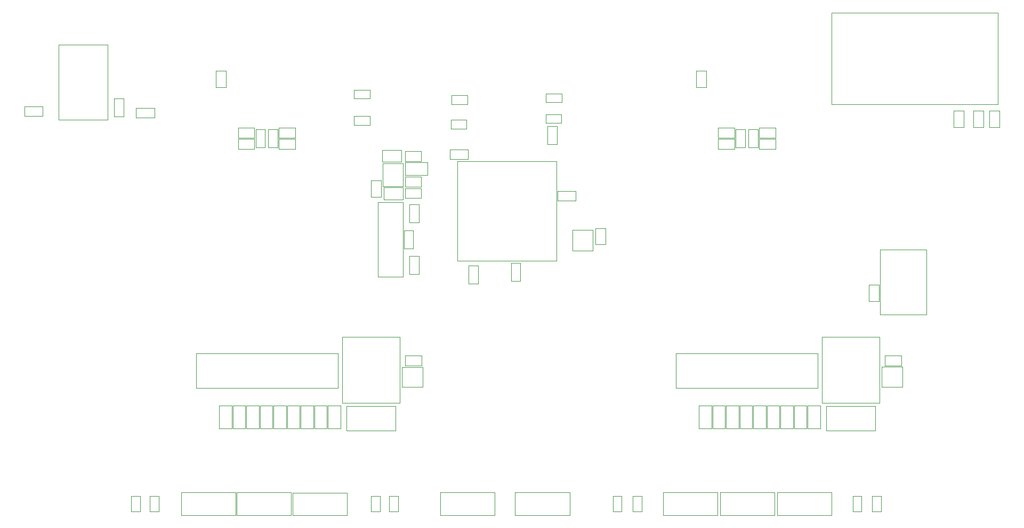
<source format=gbr>
G04 #@! TF.FileFunction,Other,User*
%FSLAX46Y46*%
G04 Gerber Fmt 4.6, Leading zero omitted, Abs format (unit mm)*
G04 Created by KiCad (PCBNEW 4.0.7) date Tue May 29 14:09:52 2018*
%MOMM*%
%LPD*%
G01*
G04 APERTURE LIST*
%ADD10C,0.100000*%
%ADD11C,0.050000*%
G04 APERTURE END LIST*
D10*
D11*
X73609200Y-13697800D02*
X73609200Y-29497800D01*
X89409200Y-13697800D02*
X89409200Y-29497800D01*
X73609200Y-13697800D02*
X89409200Y-13697800D01*
X73609200Y-29497800D02*
X89409200Y-29497800D01*
X32184600Y-49737400D02*
X32184600Y-44237400D01*
X54684600Y-49737400D02*
X54684600Y-44237400D01*
X54684600Y-44237400D02*
X32184600Y-44237400D01*
X54684600Y-49737400D02*
X32184600Y-49737400D01*
X4902540Y-4990400D02*
X7802540Y-4990400D01*
X4902540Y-6490400D02*
X7802540Y-6490400D01*
X4902540Y-4990400D02*
X4902540Y-6490400D01*
X7802540Y-4990400D02*
X7802540Y-6490400D01*
X25517100Y-6764900D02*
X22617100Y-6764900D01*
X25517100Y-5264900D02*
X22617100Y-5264900D01*
X25517100Y-6764900D02*
X25517100Y-5264900D01*
X22617100Y-6764900D02*
X22617100Y-5264900D01*
X116189600Y-52601900D02*
X116189600Y-56201900D01*
X114189600Y-52601900D02*
X114189600Y-56201900D01*
X116189600Y-52601900D02*
X114189600Y-52601900D01*
X116189600Y-56201900D02*
X114189600Y-56201900D01*
X116348600Y-56201900D02*
X116348600Y-52601900D01*
X118348600Y-56201900D02*
X118348600Y-52601900D01*
X116348600Y-56201900D02*
X118348600Y-56201900D01*
X116348600Y-52601900D02*
X118348600Y-52601900D01*
X129302600Y-56201900D02*
X129302600Y-52601900D01*
X131302600Y-56201900D02*
X131302600Y-52601900D01*
X129302600Y-56201900D02*
X131302600Y-56201900D01*
X129302600Y-52601900D02*
X131302600Y-52601900D01*
X120666600Y-56201900D02*
X120666600Y-52601900D01*
X122666600Y-56201900D02*
X122666600Y-52601900D01*
X120666600Y-56201900D02*
X122666600Y-56201900D01*
X120666600Y-52601900D02*
X122666600Y-52601900D01*
X118507600Y-56201900D02*
X118507600Y-52601900D01*
X120507600Y-56201900D02*
X120507600Y-52601900D01*
X118507600Y-56201900D02*
X120507600Y-56201900D01*
X118507600Y-52601900D02*
X120507600Y-52601900D01*
X122825600Y-56201900D02*
X122825600Y-52601900D01*
X124825600Y-56201900D02*
X124825600Y-52601900D01*
X122825600Y-56201900D02*
X124825600Y-56201900D01*
X122825600Y-52601900D02*
X124825600Y-52601900D01*
X124984600Y-56201900D02*
X124984600Y-52601900D01*
X126984600Y-56201900D02*
X126984600Y-52601900D01*
X124984600Y-56201900D02*
X126984600Y-56201900D01*
X124984600Y-52601900D02*
X126984600Y-52601900D01*
X127143600Y-56201900D02*
X127143600Y-52601900D01*
X129143600Y-56201900D02*
X129143600Y-52601900D01*
X127143600Y-56201900D02*
X129143600Y-56201900D01*
X127143600Y-52601900D02*
X129143600Y-52601900D01*
X112030600Y-56201900D02*
X112030600Y-52601900D01*
X114030600Y-56201900D02*
X114030600Y-52601900D01*
X112030600Y-56201900D02*
X114030600Y-56201900D01*
X112030600Y-52601900D02*
X114030600Y-52601900D01*
X39989600Y-52601900D02*
X39989600Y-56201900D01*
X37989600Y-52601900D02*
X37989600Y-56201900D01*
X39989600Y-52601900D02*
X37989600Y-52601900D01*
X39989600Y-56201900D02*
X37989600Y-56201900D01*
X40148600Y-56201900D02*
X40148600Y-52601900D01*
X42148600Y-56201900D02*
X42148600Y-52601900D01*
X40148600Y-56201900D02*
X42148600Y-56201900D01*
X40148600Y-52601900D02*
X42148600Y-52601900D01*
X53102600Y-56201900D02*
X53102600Y-52601900D01*
X55102600Y-56201900D02*
X55102600Y-52601900D01*
X53102600Y-56201900D02*
X55102600Y-56201900D01*
X53102600Y-52601900D02*
X55102600Y-52601900D01*
X44466600Y-56201900D02*
X44466600Y-52601900D01*
X46466600Y-56201900D02*
X46466600Y-52601900D01*
X44466600Y-56201900D02*
X46466600Y-56201900D01*
X44466600Y-52601900D02*
X46466600Y-52601900D01*
X42307600Y-56201900D02*
X42307600Y-52601900D01*
X44307600Y-56201900D02*
X44307600Y-52601900D01*
X42307600Y-56201900D02*
X44307600Y-56201900D01*
X42307600Y-52601900D02*
X44307600Y-52601900D01*
X46625600Y-56201900D02*
X46625600Y-52601900D01*
X48625600Y-56201900D02*
X48625600Y-52601900D01*
X46625600Y-56201900D02*
X48625600Y-56201900D01*
X46625600Y-52601900D02*
X48625600Y-52601900D01*
X48784600Y-56201900D02*
X48784600Y-52601900D01*
X50784600Y-56201900D02*
X50784600Y-52601900D01*
X48784600Y-56201900D02*
X50784600Y-56201900D01*
X48784600Y-52601900D02*
X50784600Y-52601900D01*
X50943600Y-56201900D02*
X50943600Y-52601900D01*
X52943600Y-56201900D02*
X52943600Y-52601900D01*
X50943600Y-56201900D02*
X52943600Y-56201900D01*
X50943600Y-52601900D02*
X52943600Y-52601900D01*
X35830600Y-56201900D02*
X35830600Y-52601900D01*
X37830600Y-56201900D02*
X37830600Y-52601900D01*
X35830600Y-56201900D02*
X37830600Y-56201900D01*
X35830600Y-52601900D02*
X37830600Y-52601900D01*
X76950600Y-30282400D02*
X76950600Y-33182400D01*
X75450600Y-30282400D02*
X75450600Y-33182400D01*
X76950600Y-30282400D02*
X75450600Y-30282400D01*
X76950600Y-33182400D02*
X75450600Y-33182400D01*
X89529940Y-18466400D02*
X92429940Y-18466400D01*
X89529940Y-19966400D02*
X92429940Y-19966400D01*
X89529940Y-18466400D02*
X89529940Y-19966400D01*
X92429940Y-18466400D02*
X92429940Y-19966400D01*
X75329940Y-13366400D02*
X72429940Y-13366400D01*
X75329940Y-11866400D02*
X72429940Y-11866400D01*
X75329940Y-13366400D02*
X75329940Y-11866400D01*
X72429940Y-13366400D02*
X72429940Y-11866400D01*
X87979940Y-11016400D02*
X87979940Y-8116400D01*
X89479940Y-11016400D02*
X89479940Y-8116400D01*
X87979940Y-11016400D02*
X89479940Y-11016400D01*
X87979940Y-8116400D02*
X89479940Y-8116400D01*
X83681600Y-29837900D02*
X83681600Y-32737900D01*
X82181600Y-29837900D02*
X82181600Y-32737900D01*
X83681600Y-29837900D02*
X82181600Y-29837900D01*
X83681600Y-32737900D02*
X82181600Y-32737900D01*
X67552600Y-20566900D02*
X67552600Y-23466900D01*
X66052600Y-20566900D02*
X66052600Y-23466900D01*
X67552600Y-20566900D02*
X66052600Y-20566900D01*
X67552600Y-23466900D02*
X66052600Y-23466900D01*
X66052600Y-31658400D02*
X66052600Y-28758400D01*
X67552600Y-31658400D02*
X67552600Y-28758400D01*
X66052600Y-31658400D02*
X67552600Y-31658400D01*
X66052600Y-28758400D02*
X67552600Y-28758400D01*
X117868600Y-11490800D02*
X117868600Y-8590800D01*
X119368600Y-11490800D02*
X119368600Y-8590800D01*
X117868600Y-11490800D02*
X119368600Y-11490800D01*
X117868600Y-8590800D02*
X119368600Y-8590800D01*
X41617800Y-11490800D02*
X41617800Y-8590800D01*
X43117800Y-11490800D02*
X43117800Y-8590800D01*
X41617800Y-11490800D02*
X43117800Y-11490800D01*
X41617800Y-8590800D02*
X43117800Y-8590800D01*
X119875200Y-11490800D02*
X119875200Y-8590800D01*
X121375200Y-11490800D02*
X121375200Y-8590800D01*
X119875200Y-11490800D02*
X121375200Y-11490800D01*
X119875200Y-8590800D02*
X121375200Y-8590800D01*
X43624400Y-11490800D02*
X43624400Y-8590800D01*
X45124400Y-11490800D02*
X45124400Y-8590800D01*
X43624400Y-11490800D02*
X45124400Y-11490800D01*
X43624400Y-8590800D02*
X45124400Y-8590800D01*
X131594600Y-52160400D02*
X140694600Y-52160400D01*
X140694600Y-52160400D02*
X140694600Y-41660400D01*
X131594600Y-41660400D02*
X140694600Y-41660400D01*
X131594600Y-52160400D02*
X131594600Y-41660400D01*
X55394600Y-52160400D02*
X64494600Y-52160400D01*
X64494600Y-52160400D02*
X64494600Y-41660400D01*
X55394600Y-41660400D02*
X64494600Y-41660400D01*
X55394600Y-52160400D02*
X55394600Y-41660400D01*
X144311640Y-49618700D02*
X141011640Y-49618700D01*
X141011640Y-49618700D02*
X141011640Y-46418700D01*
X141011640Y-46418700D02*
X144311640Y-46418700D01*
X144311640Y-46418700D02*
X144311640Y-49618700D01*
X68124340Y-49631400D02*
X64824340Y-49631400D01*
X64824340Y-49631400D02*
X64824340Y-46431400D01*
X64824340Y-46431400D02*
X68124340Y-46431400D01*
X68124340Y-46431400D02*
X68124340Y-49631400D01*
X141552140Y-44615200D02*
X144152140Y-44615200D01*
X141552140Y-46215200D02*
X144152140Y-46215200D01*
X141552140Y-44615200D02*
X141552140Y-46215200D01*
X144152140Y-44615200D02*
X144152140Y-46215200D01*
X65364840Y-44615200D02*
X67964840Y-44615200D01*
X65364840Y-46215200D02*
X67964840Y-46215200D01*
X65364840Y-44615200D02*
X65364840Y-46215200D01*
X67964840Y-44615200D02*
X67964840Y-46215200D01*
X95593600Y-26936400D02*
X95593600Y-24336400D01*
X97193600Y-26936400D02*
X97193600Y-24336400D01*
X95593600Y-26936400D02*
X97193600Y-26936400D01*
X95593600Y-24336400D02*
X97193600Y-24336400D01*
X111570200Y-1917400D02*
X111570200Y682600D01*
X113170200Y-1917400D02*
X113170200Y682600D01*
X111570200Y-1917400D02*
X113170200Y-1917400D01*
X111570200Y682600D02*
X113170200Y682600D01*
X35319400Y-1917400D02*
X35319400Y682600D01*
X36919400Y-1917400D02*
X36919400Y682600D01*
X35319400Y-1917400D02*
X36919400Y-1917400D01*
X35319400Y682600D02*
X36919400Y682600D01*
X115083400Y-8402600D02*
X117683400Y-8402600D01*
X115083400Y-10002600D02*
X117683400Y-10002600D01*
X115083400Y-8402600D02*
X115083400Y-10002600D01*
X117683400Y-8402600D02*
X117683400Y-10002600D01*
X38832600Y-8402600D02*
X41432600Y-8402600D01*
X38832600Y-10002600D02*
X41432600Y-10002600D01*
X38832600Y-8402600D02*
X38832600Y-10002600D01*
X41432600Y-8402600D02*
X41432600Y-10002600D01*
X117683400Y-11729800D02*
X115083400Y-11729800D01*
X117683400Y-10129800D02*
X115083400Y-10129800D01*
X117683400Y-11729800D02*
X117683400Y-10129800D01*
X115083400Y-11729800D02*
X115083400Y-10129800D01*
X41432600Y-11729800D02*
X38832600Y-11729800D01*
X41432600Y-10129800D02*
X38832600Y-10129800D01*
X41432600Y-11729800D02*
X41432600Y-10129800D01*
X38832600Y-11729800D02*
X38832600Y-10129800D01*
X124160400Y-10002600D02*
X121560400Y-10002600D01*
X124160400Y-8402600D02*
X121560400Y-8402600D01*
X124160400Y-10002600D02*
X124160400Y-8402600D01*
X121560400Y-10002600D02*
X121560400Y-8402600D01*
X47909600Y-10002600D02*
X45309600Y-10002600D01*
X47909600Y-8402600D02*
X45309600Y-8402600D01*
X47909600Y-10002600D02*
X47909600Y-8402600D01*
X45309600Y-10002600D02*
X45309600Y-8402600D01*
X121560400Y-10129800D02*
X124160400Y-10129800D01*
X121560400Y-11729800D02*
X124160400Y-11729800D01*
X121560400Y-10129800D02*
X121560400Y-11729800D01*
X124160400Y-10129800D02*
X124160400Y-11729800D01*
X45309600Y-10129800D02*
X47909600Y-10129800D01*
X45309600Y-11729800D02*
X47909600Y-11729800D01*
X45309600Y-10129800D02*
X45309600Y-11729800D01*
X47909600Y-10129800D02*
X47909600Y-11729800D01*
X60992600Y-20244400D02*
X60992600Y-32044400D01*
X64992600Y-32044400D02*
X60992600Y-32044400D01*
X64992600Y-20244400D02*
X60992600Y-20244400D01*
X64992600Y-20244400D02*
X64992600Y-32044400D01*
X148125800Y-38076200D02*
X148125800Y-27776200D01*
X140825800Y-38076200D02*
X140825800Y-27776200D01*
X148125800Y-38076200D02*
X140825800Y-38076200D01*
X148125800Y-27776200D02*
X140825800Y-27776200D01*
X19115340Y-6631600D02*
X19115340Y-3731600D01*
X20615340Y-6631600D02*
X20615340Y-3731600D01*
X19115340Y-6631600D02*
X20615340Y-6631600D01*
X19115340Y-3731600D02*
X20615340Y-3731600D01*
X68920100Y-15904900D02*
X65320100Y-15904900D01*
X68920100Y-13904900D02*
X65320100Y-13904900D01*
X68920100Y-15904900D02*
X68920100Y-13904900D01*
X65320100Y-15904900D02*
X65320100Y-13904900D01*
X66663600Y-24694400D02*
X66663600Y-27594400D01*
X65163600Y-24694400D02*
X65163600Y-27594400D01*
X66663600Y-24694400D02*
X65163600Y-24694400D01*
X66663600Y-27594400D02*
X65163600Y-27594400D01*
X64746600Y-13822900D02*
X61746600Y-13822900D01*
X61746600Y-13822900D02*
X61746600Y-11922900D01*
X64746600Y-11922900D02*
X61746600Y-11922900D01*
X64746600Y-13822900D02*
X64746600Y-11922900D01*
X65000600Y-19791900D02*
X62000600Y-19791900D01*
X62000600Y-19791900D02*
X62000600Y-17891900D01*
X65000600Y-17891900D02*
X62000600Y-17891900D01*
X65000600Y-19791900D02*
X65000600Y-17891900D01*
X91924100Y-27921400D02*
X91924100Y-24621400D01*
X91924100Y-24621400D02*
X95124100Y-24621400D01*
X95124100Y-24621400D02*
X95124100Y-27921400D01*
X95124100Y-27921400D02*
X91924100Y-27921400D01*
X67912100Y-13672900D02*
X65312100Y-13672900D01*
X67912100Y-12072900D02*
X65312100Y-12072900D01*
X67912100Y-13672900D02*
X67912100Y-12072900D01*
X65312100Y-13672900D02*
X65312100Y-12072900D01*
X67912100Y-17736900D02*
X65312100Y-17736900D01*
X67912100Y-16136900D02*
X65312100Y-16136900D01*
X67912100Y-17736900D02*
X67912100Y-16136900D01*
X65312100Y-17736900D02*
X65312100Y-16136900D01*
X65312100Y-17978400D02*
X67912100Y-17978400D01*
X65312100Y-19578400D02*
X67912100Y-19578400D01*
X65312100Y-17978400D02*
X65312100Y-19578400D01*
X67912100Y-17978400D02*
X67912100Y-19578400D01*
X158141100Y-8267400D02*
X158141100Y-5667400D01*
X159741100Y-8267400D02*
X159741100Y-5667400D01*
X158141100Y-8267400D02*
X159741100Y-8267400D01*
X158141100Y-5667400D02*
X159741100Y-5667400D01*
X155613800Y-8267400D02*
X155613800Y-5667400D01*
X157213800Y-8267400D02*
X157213800Y-5667400D01*
X155613800Y-8267400D02*
X157213800Y-8267400D01*
X155613800Y-5667400D02*
X157213800Y-5667400D01*
X152464200Y-8267400D02*
X152464200Y-5667400D01*
X154064200Y-8267400D02*
X154064200Y-5667400D01*
X152464200Y-8267400D02*
X154064200Y-8267400D01*
X152464200Y-5667400D02*
X154064200Y-5667400D01*
X61570100Y-16779900D02*
X61570100Y-19379900D01*
X59970100Y-16779900D02*
X59970100Y-19379900D01*
X61570100Y-16779900D02*
X59970100Y-16779900D01*
X61570100Y-19379900D02*
X59970100Y-19379900D01*
X61773600Y-17657400D02*
X61773600Y-14057400D01*
X61773600Y-14057400D02*
X64973600Y-14057400D01*
X64973600Y-14057400D02*
X64973600Y-17657400D01*
X64973600Y-17657400D02*
X61773600Y-17657400D01*
X133066600Y-4634400D02*
X159466600Y-4634400D01*
X133066600Y9915600D02*
X159466600Y9915600D01*
X133066600Y-4634400D02*
X133066600Y9915600D01*
X159466600Y-4634400D02*
X159466600Y9915600D01*
X108384600Y-49737400D02*
X108384600Y-44237400D01*
X130884600Y-49737400D02*
X130884600Y-44237400D01*
X130884600Y-44237400D02*
X108384600Y-44237400D01*
X130884600Y-49737400D02*
X108384600Y-49737400D01*
X140046540Y-56509200D02*
X132246540Y-56509200D01*
X140046540Y-52609200D02*
X132246540Y-52609200D01*
X140046540Y-56509200D02*
X140046540Y-52609200D01*
X132246540Y-56509200D02*
X132246540Y-52609200D01*
X63846540Y-56509200D02*
X56046540Y-56509200D01*
X63846540Y-52609200D02*
X56046540Y-52609200D01*
X63846540Y-56509200D02*
X63846540Y-52609200D01*
X56046540Y-56509200D02*
X56046540Y-52609200D01*
X10295740Y-7072000D02*
X10295740Y4828000D01*
X18095740Y-7072000D02*
X18095740Y4828000D01*
X18095740Y4828000D02*
X10295740Y4828000D01*
X18095740Y-7072000D02*
X10295740Y-7072000D01*
X140629540Y-33345600D02*
X140629540Y-35945600D01*
X139029540Y-33345600D02*
X139029540Y-35945600D01*
X140629540Y-33345600D02*
X139029540Y-33345600D01*
X140629540Y-35945600D02*
X139029540Y-35945600D01*
X62829940Y-69416400D02*
X62829940Y-66916400D01*
X62829940Y-69416400D02*
X64229940Y-69416400D01*
X64229940Y-66916400D02*
X62829940Y-66916400D01*
X64229940Y-66916400D02*
X64229940Y-69416400D01*
X23229940Y-66916400D02*
X23229940Y-69416400D01*
X23229940Y-66916400D02*
X21829940Y-66916400D01*
X21829940Y-69416400D02*
X23229940Y-69416400D01*
X21829940Y-69416400D02*
X21829940Y-66916400D01*
X59729940Y-3716400D02*
X57229940Y-3716400D01*
X59729940Y-3716400D02*
X59729940Y-2316400D01*
X57229940Y-2316400D02*
X57229940Y-3716400D01*
X57229940Y-2316400D02*
X59729940Y-2316400D01*
X87729940Y-2916400D02*
X90229940Y-2916400D01*
X87729940Y-2916400D02*
X87729940Y-4316400D01*
X90229940Y-4316400D02*
X90229940Y-2916400D01*
X90229940Y-4316400D02*
X87729940Y-4316400D01*
X59729940Y-7916400D02*
X57229940Y-7916400D01*
X59729940Y-7916400D02*
X59729940Y-6516400D01*
X57229940Y-6516400D02*
X57229940Y-7916400D01*
X57229940Y-6516400D02*
X59729940Y-6516400D01*
X87679940Y-6216400D02*
X90179940Y-6216400D01*
X87679940Y-6216400D02*
X87679940Y-7616400D01*
X90179940Y-7616400D02*
X90179940Y-6216400D01*
X90179940Y-7616400D02*
X87679940Y-7616400D01*
X24829940Y-69416400D02*
X24829940Y-66916400D01*
X24829940Y-69416400D02*
X26229940Y-69416400D01*
X26229940Y-66916400D02*
X24829940Y-66916400D01*
X26229940Y-66916400D02*
X26229940Y-69416400D01*
X72729940Y-3216400D02*
X75229940Y-3216400D01*
X72729940Y-3216400D02*
X72729940Y-4616400D01*
X75229940Y-4616400D02*
X75229940Y-3216400D01*
X75229940Y-4616400D02*
X72729940Y-4616400D01*
X72629940Y-7116400D02*
X75129940Y-7116400D01*
X72629940Y-7116400D02*
X72629940Y-8516400D01*
X75129940Y-8516400D02*
X75129940Y-7116400D01*
X75129940Y-8516400D02*
X72629940Y-8516400D01*
X137829940Y-66916400D02*
X137829940Y-69416400D01*
X137829940Y-66916400D02*
X136429940Y-66916400D01*
X136429940Y-69416400D02*
X137829940Y-69416400D01*
X136429940Y-69416400D02*
X136429940Y-66916400D01*
X139529940Y-69416400D02*
X139529940Y-66916400D01*
X139529940Y-69416400D02*
X140929940Y-69416400D01*
X140929940Y-66916400D02*
X139529940Y-66916400D01*
X140929940Y-66916400D02*
X140929940Y-69416400D01*
X99729940Y-66916400D02*
X99729940Y-69416400D01*
X99729940Y-66916400D02*
X98329940Y-66916400D01*
X98329940Y-69416400D02*
X99729940Y-69416400D01*
X98329940Y-69416400D02*
X98329940Y-66916400D01*
X101529940Y-69416400D02*
X101529940Y-66916400D01*
X101529940Y-69416400D02*
X102929940Y-69416400D01*
X102929940Y-66916400D02*
X101529940Y-66916400D01*
X102929940Y-66916400D02*
X102929940Y-69416400D01*
X61329940Y-66916400D02*
X61329940Y-69416400D01*
X61329940Y-66916400D02*
X59929940Y-66916400D01*
X59929940Y-69416400D02*
X61329940Y-69416400D01*
X59929940Y-69416400D02*
X59929940Y-66916400D01*
X47243140Y-66399000D02*
X38593140Y-66399000D01*
X38593140Y-66399000D02*
X38593140Y-69999000D01*
X38593140Y-69999000D02*
X47243140Y-69999000D01*
X47243140Y-69999000D02*
X47243140Y-66399000D01*
X56133140Y-66411700D02*
X47483140Y-66411700D01*
X47483140Y-66411700D02*
X47483140Y-70011700D01*
X47483140Y-70011700D02*
X56133140Y-70011700D01*
X56133140Y-70011700D02*
X56133140Y-66411700D01*
X79602740Y-66399000D02*
X70952740Y-66399000D01*
X70952740Y-66399000D02*
X70952740Y-69999000D01*
X70952740Y-69999000D02*
X79602740Y-69999000D01*
X79602740Y-69999000D02*
X79602740Y-66399000D01*
X91477240Y-66399000D02*
X82827240Y-66399000D01*
X82827240Y-66399000D02*
X82827240Y-69999000D01*
X82827240Y-69999000D02*
X91477240Y-69999000D01*
X91477240Y-69999000D02*
X91477240Y-66399000D01*
X114972240Y-66399000D02*
X106322240Y-66399000D01*
X106322240Y-66399000D02*
X106322240Y-69999000D01*
X106322240Y-69999000D02*
X114972240Y-69999000D01*
X114972240Y-69999000D02*
X114972240Y-66399000D01*
X124065440Y-66399000D02*
X115415440Y-66399000D01*
X115415440Y-66399000D02*
X115415440Y-69999000D01*
X115415440Y-69999000D02*
X124065440Y-69999000D01*
X124065440Y-69999000D02*
X124065440Y-66399000D01*
X133082440Y-66399000D02*
X124432440Y-66399000D01*
X124432440Y-66399000D02*
X124432440Y-69999000D01*
X124432440Y-69999000D02*
X133082440Y-69999000D01*
X133082440Y-69999000D02*
X133082440Y-66399000D01*
X38442040Y-66399000D02*
X29792040Y-66399000D01*
X29792040Y-66399000D02*
X29792040Y-69999000D01*
X29792040Y-69999000D02*
X38442040Y-69999000D01*
X38442040Y-69999000D02*
X38442040Y-66399000D01*
M02*

</source>
